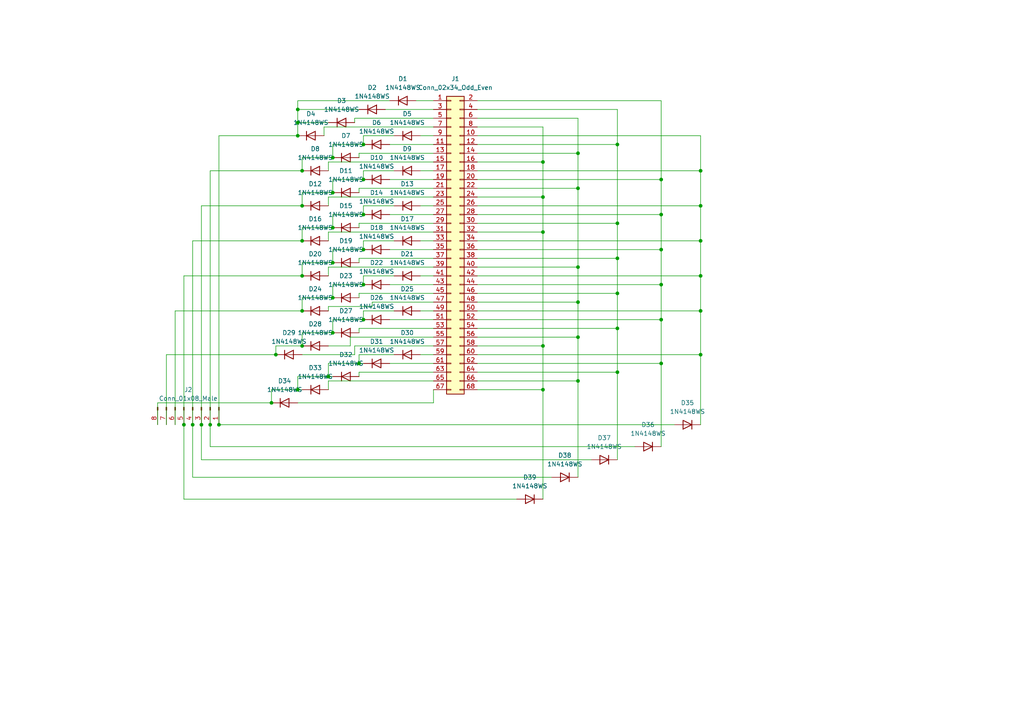
<source format=kicad_sch>
(kicad_sch (version 20211123) (generator eeschema)
  (paper "A4")
  (lib_symbols
    (symbol "Connector:Conn_01x08_Male" (pin_names (offset 1.016) hide)
      (property "Reference" "J" (at 0 10.16 0))
      (property "Value" "Conn_01x08_Male" (at 0 -12.7 0))
      (symbol "Conn_01x08_Male_1_1"
        (polyline (pts (xy 1.27 -10.16) (xy 0.8636 -10.16)) (stroke (width 0.1524)))
        (polyline (pts (xy 1.27 -7.62) (xy 0.8636 -7.62)) (stroke (width 0.1524)))
        (polyline (pts (xy 1.27 -5.08) (xy 0.8636 -5.08)) (stroke (width 0.1524)))
        (polyline (pts (xy 1.27 -2.54) (xy 0.8636 -2.54)) (stroke (width 0.1524)))
        (polyline (pts (xy 1.27 0) (xy 0.8636 0)) (stroke (width 0.1524)))
        (polyline (pts (xy 1.27 2.54) (xy 0.8636 2.54)) (stroke (width 0.1524)))
        (polyline (pts (xy 1.27 5.08) (xy 0.8636 5.08)) (stroke (width 0.1524)))
        (polyline (pts (xy 1.27 7.62) (xy 0.8636 7.62)) (stroke (width 0.1524)))
        (rectangle (start 0.8636 -10.033) (end 0 -10.287) (stroke (width 0.1524)) (fill (type outline)))
        (rectangle (start 0.8636 -7.493) (end 0 -7.747) (stroke (width 0.1524)) (fill (type outline)))
        (rectangle (start 0.8636 -4.953) (end 0 -5.207) (stroke (width 0.1524)) (fill (type outline)))
        (rectangle (start 0.8636 -2.413) (end 0 -2.667) (stroke (width 0.1524)) (fill (type outline)))
        (rectangle (start 0.8636 0.127) (end 0 -0.127) (stroke (width 0.1524)) (fill (type outline)))
        (rectangle (start 0.8636 2.667) (end 0 2.413) (stroke (width 0.1524)) (fill (type outline)))
        (rectangle (start 0.8636 5.207) (end 0 4.953) (stroke (width 0.1524)) (fill (type outline)))
        (rectangle (start 0.8636 7.747) (end 0 7.493) (stroke (width 0.1524)) (fill (type outline)))
        (pin passive line (at 5.08 7.62 180) (length 3.81) (name "Pin_1") (number "1"))
        (pin passive line (at 5.08 5.08 180) (length 3.81) (name "Pin_2") (number "2"))
        (pin passive line (at 5.08 2.54 180) (length 3.81) (name "Pin_3") (number "3"))
        (pin passive line (at 5.08 0 180) (length 3.81) (name "Pin_4") (number "4"))
        (pin passive line (at 5.08 -2.54 180) (length 3.81) (name "Pin_5") (number "5"))
        (pin passive line (at 5.08 -5.08 180) (length 3.81) (name "Pin_6") (number "6"))
        (pin passive line (at 5.08 -7.62 180) (length 3.81) (name "Pin_7") (number "7"))
        (pin passive line (at 5.08 -10.16 180) (length 3.81) (name "Pin_8") (number "8"))
      )
    )
    (symbol "Connector_Generic:Conn_02x34_Odd_Even" (pin_names (offset 1.016) hide)
      (property "Reference" "J" (at 1.27 43.18 0))
      (property "Value" "Conn_02x34_Odd_Even" (at 1.27 -45.72 0))
      (symbol "Conn_02x34_Odd_Even_1_1"
        (rectangle (start -1.27 -43.053) (end 0 -43.307) (stroke (width 0.1524)))
        (rectangle (start -1.27 -40.513) (end 0 -40.767) (stroke (width 0.1524)))
        (rectangle (start -1.27 -37.973) (end 0 -38.227) (stroke (width 0.1524)))
        (rectangle (start -1.27 -35.433) (end 0 -35.687) (stroke (width 0.1524)))
        (rectangle (start -1.27 -32.893) (end 0 -33.147) (stroke (width 0.1524)))
        (rectangle (start -1.27 -30.353) (end 0 -30.607) (stroke (width 0.1524)))
        (rectangle (start -1.27 -27.813) (end 0 -28.067) (stroke (width 0.1524)))
        (rectangle (start -1.27 -25.273) (end 0 -25.527) (stroke (width 0.1524)))
        (rectangle (start -1.27 -22.733) (end 0 -22.987) (stroke (width 0.1524)))
        (rectangle (start -1.27 -20.193) (end 0 -20.447) (stroke (width 0.1524)))
        (rectangle (start -1.27 -17.653) (end 0 -17.907) (stroke (width 0.1524)))
        (rectangle (start -1.27 -15.113) (end 0 -15.367) (stroke (width 0.1524)))
        (rectangle (start -1.27 -12.573) (end 0 -12.827) (stroke (width 0.1524)))
        (rectangle (start -1.27 -10.033) (end 0 -10.287) (stroke (width 0.1524)))
        (rectangle (start -1.27 -7.493) (end 0 -7.747) (stroke (width 0.1524)))
        (rectangle (start -1.27 -4.953) (end 0 -5.207) (stroke (width 0.1524)))
        (rectangle (start -1.27 -2.413) (end 0 -2.667) (stroke (width 0.1524)))
        (rectangle (start -1.27 0.127) (end 0 -0.127) (stroke (width 0.1524)))
        (rectangle (start -1.27 2.667) (end 0 2.413) (stroke (width 0.1524)))
        (rectangle (start -1.27 5.207) (end 0 4.953) (stroke (width 0.1524)))
        (rectangle (start -1.27 7.747) (end 0 7.493) (stroke (width 0.1524)))
        (rectangle (start -1.27 10.287) (end 0 10.033) (stroke (width 0.1524)))
        (rectangle (start -1.27 12.827) (end 0 12.573) (stroke (width 0.1524)))
        (rectangle (start -1.27 15.367) (end 0 15.113) (stroke (width 0.1524)))
        (rectangle (start -1.27 17.907) (end 0 17.653) (stroke (width 0.1524)))
        (rectangle (start -1.27 20.447) (end 0 20.193) (stroke (width 0.1524)))
        (rectangle (start -1.27 22.987) (end 0 22.733) (stroke (width 0.1524)))
        (rectangle (start -1.27 25.527) (end 0 25.273) (stroke (width 0.1524)))
        (rectangle (start -1.27 28.067) (end 0 27.813) (stroke (width 0.1524)))
        (rectangle (start -1.27 30.607) (end 0 30.353) (stroke (width 0.1524)))
        (rectangle (start -1.27 33.147) (end 0 32.893) (stroke (width 0.1524)))
        (rectangle (start -1.27 35.687) (end 0 35.433) (stroke (width 0.1524)))
        (rectangle (start -1.27 38.227) (end 0 37.973) (stroke (width 0.1524)))
        (rectangle (start -1.27 40.767) (end 0 40.513) (stroke (width 0.1524)))
        (rectangle (start -1.27 41.91) (end 3.81 -44.45) (stroke (width 0.254)) (fill (type background)))
        (rectangle (start 3.81 -43.053) (end 2.54 -43.307) (stroke (width 0.1524)))
        (rectangle (start 3.81 -40.513) (end 2.54 -40.767) (stroke (width 0.1524)))
        (rectangle (start 3.81 -37.973) (end 2.54 -38.227) (stroke (width 0.1524)))
        (rectangle (start 3.81 -35.433) (end 2.54 -35.687) (stroke (width 0.1524)))
        (rectangle (start 3.81 -32.893) (end 2.54 -33.147) (stroke (width 0.1524)))
        (rectangle (start 3.81 -30.353) (end 2.54 -30.607) (stroke (width 0.1524)))
        (rectangle (start 3.81 -27.813) (end 2.54 -28.067) (stroke (width 0.1524)))
        (rectangle (start 3.81 -25.273) (end 2.54 -25.527) (stroke (width 0.1524)))
        (rectangle (start 3.81 -22.733) (end 2.54 -22.987) (stroke (width 0.1524)))
        (rectangle (start 3.81 -20.193) (end 2.54 -20.447) (stroke (width 0.1524)))
        (rectangle (start 3.81 -17.653) (end 2.54 -17.907) (stroke (width 0.1524)))
        (rectangle (start 3.81 -15.113) (end 2.54 -15.367) (stroke (width 0.1524)))
        (rectangle (start 3.81 -12.573) (end 2.54 -12.827) (stroke (width 0.1524)))
        (rectangle (start 3.81 -10.033) (end 2.54 -10.287) (stroke (width 0.1524)))
        (rectangle (start 3.81 -7.493) (end 2.54 -7.747) (stroke (width 0.1524)))
        (rectangle (start 3.81 -4.953) (end 2.54 -5.207) (stroke (width 0.1524)))
        (rectangle (start 3.81 -2.413) (end 2.54 -2.667) (stroke (width 0.1524)))
        (rectangle (start 3.81 0.127) (end 2.54 -0.127) (stroke (width 0.1524)))
        (rectangle (start 3.81 2.667) (end 2.54 2.413) (stroke (width 0.1524)))
        (rectangle (start 3.81 5.207) (end 2.54 4.953) (stroke (width 0.1524)))
        (rectangle (start 3.81 7.747) (end 2.54 7.493) (stroke (width 0.1524)))
        (rectangle (start 3.81 10.287) (end 2.54 10.033) (stroke (width 0.1524)))
        (rectangle (start 3.81 12.827) (end 2.54 12.573) (stroke (width 0.1524)))
        (rectangle (start 3.81 15.367) (end 2.54 15.113) (stroke (width 0.1524)))
        (rectangle (start 3.81 17.907) (end 2.54 17.653) (stroke (width 0.1524)))
        (rectangle (start 3.81 20.447) (end 2.54 20.193) (stroke (width 0.1524)))
        (rectangle (start 3.81 22.987) (end 2.54 22.733) (stroke (width 0.1524)))
        (rectangle (start 3.81 25.527) (end 2.54 25.273) (stroke (width 0.1524)))
        (rectangle (start 3.81 28.067) (end 2.54 27.813) (stroke (width 0.1524)))
        (rectangle (start 3.81 30.607) (end 2.54 30.353) (stroke (width 0.1524)))
        (rectangle (start 3.81 33.147) (end 2.54 32.893) (stroke (width 0.1524)))
        (rectangle (start 3.81 35.687) (end 2.54 35.433) (stroke (width 0.1524)))
        (rectangle (start 3.81 38.227) (end 2.54 37.973) (stroke (width 0.1524)))
        (rectangle (start 3.81 40.767) (end 2.54 40.513) (stroke (width 0.1524)))
        (pin passive line (at -5.08 40.64 0) (length 3.81) (name "Pin_1") (number "1"))
        (pin passive line (at 7.62 30.48 180) (length 3.81) (name "Pin_10") (number "10"))
        (pin passive line (at -5.08 27.94 0) (length 3.81) (name "Pin_11") (number "11"))
        (pin passive line (at 7.62 27.94 180) (length 3.81) (name "Pin_12") (number "12"))
        (pin passive line (at -5.08 25.4 0) (length 3.81) (name "Pin_13") (number "13"))
        (pin passive line (at 7.62 25.4 180) (length 3.81) (name "Pin_14") (number "14"))
        (pin passive line (at -5.08 22.86 0) (length 3.81) (name "Pin_15") (number "15"))
        (pin passive line (at 7.62 22.86 180) (length 3.81) (name "Pin_16") (number "16"))
        (pin passive line (at -5.08 20.32 0) (length 3.81) (name "Pin_17") (number "17"))
        (pin passive line (at 7.62 20.32 180) (length 3.81) (name "Pin_18") (number "18"))
        (pin passive line (at -5.08 17.78 0) (length 3.81) (name "Pin_19") (number "19"))
        (pin passive line (at 7.62 40.64 180) (length 3.81) (name "Pin_2") (number "2"))
        (pin passive line (at 7.62 17.78 180) (length 3.81) (name "Pin_20") (number "20"))
        (pin passive line (at -5.08 15.24 0) (length 3.81) (name "Pin_21") (number "21"))
        (pin passive line (at 7.62 15.24 180) (length 3.81) (name "Pin_22") (number "22"))
        (pin passive line (at -5.08 12.7 0) (length 3.81) (name "Pin_23") (number "23"))
        (pin passive line (at 7.62 12.7 180) (length 3.81) (name "Pin_24") (number "24"))
        (pin passive line (at -5.08 10.16 0) (length 3.81) (name "Pin_25") (number "25"))
        (pin passive line (at 7.62 10.16 180) (length 3.81) (name "Pin_26") (number "26"))
        (pin passive line (at -5.08 7.62 0) (length 3.81) (name "Pin_27") (number "27"))
        (pin passive line (at 7.62 7.62 180) (length 3.81) (name "Pin_28") (number "28"))
        (pin passive line (at -5.08 5.08 0) (length 3.81) (name "Pin_29") (number "29"))
        (pin passive line (at -5.08 38.1 0) (length 3.81) (name "Pin_3") (number "3"))
        (pin passive line (at 7.62 5.08 180) (length 3.81) (name "Pin_30") (number "30"))
        (pin passive line (at -5.08 2.54 0) (length 3.81) (name "Pin_31") (number "31"))
        (pin passive line (at 7.62 2.54 180) (length 3.81) (name "Pin_32") (number "32"))
        (pin passive line (at -5.08 0 0) (length 3.81) (name "Pin_33") (number "33"))
        (pin passive line (at 7.62 0 180) (length 3.81) (name "Pin_34") (number "34"))
        (pin passive line (at -5.08 -2.54 0) (length 3.81) (name "Pin_35") (number "35"))
        (pin passive line (at 7.62 -2.54 180) (length 3.81) (name "Pin_36") (number "36"))
        (pin passive line (at -5.08 -5.08 0) (length 3.81) (name "Pin_37") (number "37"))
        (pin passive line (at 7.62 -5.08 180) (length 3.81) (name "Pin_38") (number "38"))
        (pin passive line (at -5.08 -7.62 0) (length 3.81) (name "Pin_39") (number "39"))
        (pin passive line (at 7.62 38.1 180) (length 3.81) (name "Pin_4") (number "4"))
        (pin passive line (at 7.62 -7.62 180) (length 3.81) (name "Pin_40") (number "40"))
        (pin passive line (at -5.08 -10.16 0) (length 3.81) (name "Pin_41") (number "41"))
        (pin passive line (at 7.62 -10.16 180) (length 3.81) (name "Pin_42") (number "42"))
        (pin passive line (at -5.08 -12.7 0) (length 3.81) (name "Pin_43") (number "43"))
        (pin passive line (at 7.62 -12.7 180) (length 3.81) (name "Pin_44") (number "44"))
        (pin passive line (at -5.08 -15.24 0) (length 3.81) (name "Pin_45") (number "45"))
        (pin passive line (at 7.62 -15.24 180) (length 3.81) (name "Pin_46") (number "46"))
        (pin passive line (at -5.08 -17.78 0) (length 3.81) (name "Pin_47") (number "47"))
        (pin passive line (at 7.62 -17.78 180) (length 3.81) (name "Pin_48") (number "48"))
        (pin passive line (at -5.08 -20.32 0) (length 3.81) (name "Pin_49") (number "49"))
        (pin passive line (at -5.08 35.56 0) (length 3.81) (name "Pin_5") (number "5"))
        (pin passive line (at 7.62 -20.32 180) (length 3.81) (name "Pin_50") (number "50"))
        (pin passive line (at -5.08 -22.86 0) (length 3.81) (name "Pin_51") (number "51"))
        (pin passive line (at 7.62 -22.86 180) (length 3.81) (name "Pin_52") (number "52"))
        (pin passive line (at -5.08 -25.4 0) (length 3.81) (name "Pin_53") (number "53"))
        (pin passive line (at 7.62 -25.4 180) (length 3.81) (name "Pin_54") (number "54"))
        (pin passive line (at -5.08 -27.94 0) (length 3.81) (name "Pin_55") (number "55"))
        (pin passive line (at 7.62 -27.94 180) (length 3.81) (name "Pin_56") (number "56"))
        (pin passive line (at -5.08 -30.48 0) (length 3.81) (name "Pin_57") (number "57"))
        (pin passive line (at 7.62 -30.48 180) (length 3.81) (name "Pin_58") (number "58"))
        (pin passive line (at -5.08 -33.02 0) (length 3.81) (name "Pin_59") (number "59"))
        (pin passive line (at 7.62 35.56 180) (length 3.81) (name "Pin_6") (number "6"))
        (pin passive line (at 7.62 -33.02 180) (length 3.81) (name "Pin_60") (number "60"))
        (pin passive line (at -5.08 -35.56 0) (length 3.81) (name "Pin_61") (number "61"))
        (pin passive line (at 7.62 -35.56 180) (length 3.81) (name "Pin_62") (number "62"))
        (pin passive line (at -5.08 -38.1 0) (length 3.81) (name "Pin_63") (number "63"))
        (pin passive line (at 7.62 -38.1 180) (length 3.81) (name "Pin_64") (number "64"))
        (pin passive line (at -5.08 -40.64 0) (length 3.81) (name "Pin_65") (number "65"))
        (pin passive line (at 7.62 -40.64 180) (length 3.81) (name "Pin_66") (number "66"))
        (pin passive line (at -5.08 -43.18 0) (length 3.81) (name "Pin_67") (number "67"))
        (pin passive line (at 7.62 -43.18 180) (length 3.81) (name "Pin_68") (number "68"))
        (pin passive line (at -5.08 33.02 0) (length 3.81) (name "Pin_7") (number "7"))
        (pin passive line (at 7.62 33.02 180) (length 3.81) (name "Pin_8") (number "8"))
        (pin passive line (at -5.08 30.48 0) (length 3.81) (name "Pin_9") (number "9"))
      )
    )
    (symbol "Diode:1N4148WS" (pin_numbers hide) (pin_names hide)
      (property "Reference" "D" (at 0 2.54 0))
      (property "Value" "1N4148WS" (at 0 -2.54 0))
      (symbol "1N4148WS_0_1"
        (polyline (pts (xy -1.27 1.27) (xy -1.27 -1.27)) (stroke (width 0.254)))
        (polyline (pts (xy 1.27 0) (xy -1.27 0)))
        (polyline (pts (xy 1.27 1.27) (xy 1.27 -1.27) (xy -1.27 0) (xy 1.27 1.27)) (stroke (width 0.254)))
      )
      (symbol "1N4148WS_1_1"
        (pin passive line (at -3.81 0 0) (length 2.54) (name "K") (number "1"))
        (pin passive line (at 3.81 0 180) (length 2.54) (name "A") (number "2"))
      )
    )
  )
  (junction (at 105.41 41.91))
  (junction (at 87.63 80.01))
  (junction (at 179.07 107.95))
  (junction (at 80.01 102.87))
  (junction (at 104.14 105.41))
  (junction (at 157.48 67.31))
  (junction (at 167.64 44.45))
  (junction (at 203.2 59.69))
  (junction (at 96.52 55.88))
  (junction (at 105.41 52.07))
  (junction (at 179.07 64.77))
  (junction (at 86.36 39.37))
  (junction (at 87.63 90.17))
  (junction (at 86.36 31.75))
  (junction (at 157.48 113.03))
  (junction (at 167.64 54.61))
  (junction (at 96.52 45.72))
  (junction (at 167.64 97.79))
  (junction (at 86.36 35.56))
  (junction (at 78.74 116.84))
  (junction (at 86.36 113.03))
  (junction (at 203.2 69.85))
  (junction (at 96.52 76.2))
  (junction (at 87.63 59.69))
  (junction (at 53.34 123.19))
  (junction (at 87.63 49.53))
  (junction (at 203.2 90.17))
  (junction (at 157.48 57.15))
  (junction (at 167.64 110.49))
  (junction (at 157.48 46.99))
  (junction (at 179.07 85.09))
  (junction (at 191.77 92.71))
  (junction (at 191.77 82.55))
  (junction (at 191.77 62.23))
  (junction (at 95.25 109.22))
  (junction (at 87.63 100.33))
  (junction (at 105.41 92.71))
  (junction (at 105.41 82.55))
  (junction (at 60.96 123.19))
  (junction (at 105.41 62.23))
  (junction (at 167.64 77.47))
  (junction (at 105.41 72.39))
  (junction (at 167.64 87.63))
  (junction (at 191.77 72.39))
  (junction (at 191.77 105.41))
  (junction (at 203.2 80.01))
  (junction (at 96.52 66.04))
  (junction (at 63.5 123.19))
  (junction (at 157.48 100.33))
  (junction (at 179.07 95.25))
  (junction (at 203.2 49.53))
  (junction (at 55.88 123.19))
  (junction (at 96.52 96.52))
  (junction (at 179.07 74.93))
  (junction (at 58.42 123.19))
  (junction (at 191.77 52.07))
  (junction (at 179.07 41.91))
  (junction (at 96.52 86.36))
  (junction (at 87.63 69.85))
  (junction (at 203.2 102.87))
  (wire (pts (xy 125.73 95.25) (xy 104.14 95.25)))
  (wire (pts (xy 96.52 109.22) (xy 95.25 109.22)))
  (wire (pts (xy 125.73 107.95) (xy 104.14 107.95)))
  (wire (pts (xy 157.48 144.78) (xy 157.48 113.03)))
  (wire (pts (xy 157.48 67.31) (xy 157.48 100.33)))
  (wire (pts (xy 87.63 102.87) (xy 102.87 102.87)))
  (wire (pts (xy 86.36 29.21) (xy 113.03 29.21)))
  (wire (pts (xy 125.73 87.63) (xy 107.95 87.63)))
  (wire (pts (xy 125.73 36.83) (xy 93.98 36.83)))
  (wire (pts (xy 104.14 44.45) (xy 104.14 45.72)))
  (wire (pts (xy 179.07 31.75) (xy 179.07 41.91)))
  (wire (pts (xy 203.2 69.85) (xy 203.2 59.69)))
  (wire (pts (xy 53.34 123.19) (xy 53.34 80.01)))
  (wire (pts (xy 105.41 92.71) (xy 96.52 92.71)))
  (wire (pts (xy 114.3 102.87) (xy 104.14 102.87)))
  (wire (pts (xy 104.14 107.95) (xy 104.14 109.22)))
  (wire (pts (xy 53.34 123.19) (xy 53.34 144.78)))
  (wire (pts (xy 58.42 133.35) (xy 58.42 123.19)))
  (wire (pts (xy 58.42 133.35) (xy 171.45 133.35)))
  (wire (pts (xy 138.43 52.07) (xy 191.77 52.07)))
  (wire (pts (xy 105.41 90.17) (xy 105.41 92.71)))
  (wire (pts (xy 96.52 45.72) (xy 96.52 41.91)))
  (wire (pts (xy 95.25 67.31) (xy 95.25 69.85)))
  (wire (pts (xy 157.48 100.33) (xy 157.48 113.03)))
  (wire (pts (xy 96.52 86.36) (xy 87.63 86.36)))
  (wire (pts (xy 121.92 80.01) (xy 125.73 80.01)))
  (wire (pts (xy 95.25 100.33) (xy 101.6 100.33)))
  (wire (pts (xy 113.03 92.71) (xy 125.73 92.71)))
  (wire (pts (xy 121.92 102.87) (xy 125.73 102.87)))
  (wire (pts (xy 93.98 36.83) (xy 93.98 39.37)))
  (wire (pts (xy 138.43 69.85) (xy 203.2 69.85)))
  (wire (pts (xy 105.41 72.39) (xy 96.52 72.39)))
  (wire (pts (xy 125.73 77.47) (xy 95.25 77.47)))
  (wire (pts (xy 138.43 64.77) (xy 179.07 64.77)))
  (wire (pts (xy 125.73 85.09) (xy 104.14 85.09)))
  (wire (pts (xy 113.03 82.55) (xy 125.73 82.55)))
  (wire (pts (xy 138.43 92.71) (xy 191.77 92.71)))
  (wire (pts (xy 203.2 90.17) (xy 203.2 102.87)))
  (wire (pts (xy 114.3 39.37) (xy 105.41 39.37)))
  (wire (pts (xy 167.64 77.47) (xy 167.64 87.63)))
  (wire (pts (xy 191.77 72.39) (xy 191.77 82.55)))
  (wire (pts (xy 138.43 49.53) (xy 203.2 49.53)))
  (wire (pts (xy 60.96 129.54) (xy 184.15 129.54)))
  (wire (pts (xy 95.25 88.9) (xy 95.25 90.17)))
  (wire (pts (xy 138.43 107.95) (xy 179.07 107.95)))
  (wire (pts (xy 125.73 116.84) (xy 125.73 113.03)))
  (wire (pts (xy 179.07 95.25) (xy 179.07 107.95)))
  (wire (pts (xy 58.42 59.69) (xy 58.42 123.19)))
  (wire (pts (xy 138.43 85.09) (xy 179.07 85.09)))
  (wire (pts (xy 95.25 57.15) (xy 95.25 59.69)))
  (wire (pts (xy 138.43 54.61) (xy 167.64 54.61)))
  (wire (pts (xy 125.73 54.61) (xy 104.14 54.61)))
  (wire (pts (xy 114.3 49.53) (xy 105.41 49.53)))
  (wire (pts (xy 104.14 85.09) (xy 104.14 86.36)))
  (wire (pts (xy 179.07 74.93) (xy 179.07 85.09)))
  (wire (pts (xy 102.87 34.29) (xy 102.87 35.56)))
  (wire (pts (xy 86.36 29.21) (xy 86.36 31.75)))
  (wire (pts (xy 105.41 59.69) (xy 105.41 62.23)))
  (wire (pts (xy 113.03 52.07) (xy 125.73 52.07)))
  (wire (pts (xy 157.48 36.83) (xy 157.48 46.99)))
  (wire (pts (xy 96.52 76.2) (xy 87.63 76.2)))
  (wire (pts (xy 96.52 62.23) (xy 96.52 66.04)))
  (wire (pts (xy 113.03 62.23) (xy 125.73 62.23)))
  (wire (pts (xy 104.14 74.93) (xy 104.14 76.2)))
  (wire (pts (xy 138.43 39.37) (xy 203.2 39.37)))
  (wire (pts (xy 86.36 39.37) (xy 63.5 39.37)))
  (wire (pts (xy 78.74 116.84) (xy 78.74 113.03)))
  (wire (pts (xy 87.63 90.17) (xy 50.8 90.17)))
  (wire (pts (xy 138.43 29.21) (xy 191.77 29.21)))
  (wire (pts (xy 96.52 92.71) (xy 96.52 96.52)))
  (wire (pts (xy 101.6 97.79) (xy 125.73 97.79)))
  (wire (pts (xy 121.92 90.17) (xy 125.73 90.17)))
  (wire (pts (xy 125.73 46.99) (xy 95.25 46.99)))
  (wire (pts (xy 87.63 59.69) (xy 58.42 59.69)))
  (wire (pts (xy 105.41 62.23) (xy 96.52 62.23)))
  (wire (pts (xy 125.73 67.31) (xy 95.25 67.31)))
  (wire (pts (xy 48.26 123.19) (xy 48.26 102.87)))
  (wire (pts (xy 114.3 80.01) (xy 105.41 80.01)))
  (wire (pts (xy 191.77 29.21) (xy 191.77 52.07)))
  (wire (pts (xy 203.2 59.69) (xy 203.2 49.53)))
  (wire (pts (xy 53.34 80.01) (xy 87.63 80.01)))
  (wire (pts (xy 157.48 57.15) (xy 157.48 67.31)))
  (wire (pts (xy 86.36 109.22) (xy 86.36 113.03)))
  (wire (pts (xy 87.63 69.85) (xy 55.88 69.85)))
  (wire (pts (xy 78.74 116.84) (xy 45.72 116.84)))
  (wire (pts (xy 96.52 96.52) (xy 87.63 96.52)))
  (wire (pts (xy 179.07 41.91) (xy 179.07 64.77)))
  (wire (pts (xy 101.6 100.33) (xy 101.6 97.79)))
  (wire (pts (xy 87.63 100.33) (xy 80.01 100.33)))
  (wire (pts (xy 55.88 69.85) (xy 55.88 123.19)))
  (wire (pts (xy 114.3 69.85) (xy 105.41 69.85)))
  (wire (pts (xy 138.43 67.31) (xy 157.48 67.31)))
  (wire (pts (xy 104.14 102.87) (xy 104.14 105.41)))
  (wire (pts (xy 203.2 39.37) (xy 203.2 49.53)))
  (wire (pts (xy 95.25 46.99) (xy 95.25 49.53)))
  (wire (pts (xy 113.03 72.39) (xy 125.73 72.39)))
  (wire (pts (xy 179.07 64.77) (xy 179.07 74.93)))
  (wire (pts (xy 138.43 80.01) (xy 203.2 80.01)))
  (wire (pts (xy 138.43 72.39) (xy 191.77 72.39)))
  (wire (pts (xy 179.07 85.09) (xy 179.07 95.25)))
  (wire (pts (xy 87.63 45.72) (xy 96.52 45.72)))
  (wire (pts (xy 96.52 41.91) (xy 105.41 41.91)))
  (wire (pts (xy 138.43 44.45) (xy 167.64 44.45)))
  (wire (pts (xy 104.14 95.25) (xy 104.14 96.52)))
  (wire (pts (xy 60.96 49.53) (xy 60.96 123.19)))
  (wire (pts (xy 107.95 88.9) (xy 95.25 88.9)))
  (wire (pts (xy 167.64 97.79) (xy 167.64 110.49)))
  (wire (pts (xy 96.52 55.88) (xy 87.63 55.88)))
  (wire (pts (xy 104.14 105.41) (xy 95.25 105.41)))
  (wire (pts (xy 55.88 138.43) (xy 160.02 138.43)))
  (wire (pts (xy 125.73 44.45) (xy 104.14 44.45)))
  (wire (pts (xy 105.41 82.55) (xy 96.52 82.55)))
  (wire (pts (xy 87.63 86.36) (xy 87.63 90.17)))
  (wire (pts (xy 138.43 41.91) (xy 179.07 41.91)))
  (wire (pts (xy 125.73 110.49) (xy 95.25 110.49)))
  (wire (pts (xy 104.14 31.75) (xy 86.36 31.75)))
  (wire (pts (xy 138.43 62.23) (xy 191.77 62.23)))
  (wire (pts (xy 167.64 34.29) (xy 167.64 44.45)))
  (wire (pts (xy 102.87 100.33) (xy 125.73 100.33)))
  (wire (pts (xy 167.64 54.61) (xy 167.64 77.47)))
  (wire (pts (xy 87.63 55.88) (xy 87.63 59.69)))
  (wire (pts (xy 87.63 76.2) (xy 87.63 80.01)))
  (wire (pts (xy 45.72 116.84) (xy 45.72 123.19)))
  (wire (pts (xy 125.73 34.29) (xy 102.87 34.29)))
  (wire (pts (xy 48.26 102.87) (xy 80.01 102.87)))
  (wire (pts (xy 114.3 59.69) (xy 105.41 59.69)))
  (wire (pts (xy 203.2 69.85) (xy 203.2 80.01)))
  (wire (pts (xy 138.43 74.93) (xy 179.07 74.93)))
  (wire (pts (xy 60.96 129.54) (xy 60.96 123.19)))
  (wire (pts (xy 138.43 34.29) (xy 167.64 34.29)))
  (wire (pts (xy 95.25 110.49) (xy 95.25 113.03)))
  (wire (pts (xy 63.5 123.19) (xy 195.58 123.19)))
  (wire (pts (xy 87.63 66.04) (xy 87.63 69.85)))
  (wire (pts (xy 125.73 64.77) (xy 104.14 64.77)))
  (wire (pts (xy 121.92 49.53) (xy 125.73 49.53)))
  (wire (pts (xy 114.3 90.17) (xy 105.41 90.17)))
  (wire (pts (xy 138.43 57.15) (xy 157.48 57.15)))
  (wire (pts (xy 105.41 69.85) (xy 105.41 72.39)))
  (wire (pts (xy 203.2 80.01) (xy 203.2 90.17)))
  (wire (pts (xy 96.52 72.39) (xy 96.52 76.2)))
  (wire (pts (xy 96.52 52.07) (xy 96.52 55.88)))
  (wire (pts (xy 63.5 39.37) (xy 63.5 123.19)))
  (wire (pts (xy 191.77 129.54) (xy 191.77 105.41)))
  (wire (pts (xy 191.77 62.23) (xy 191.77 72.39)))
  (wire (pts (xy 55.88 138.43) (xy 55.88 123.19)))
  (wire (pts (xy 125.73 57.15) (xy 95.25 57.15)))
  (wire (pts (xy 138.43 36.83) (xy 157.48 36.83)))
  (wire (pts (xy 203.2 123.19) (xy 203.2 102.87)))
  (wire (pts (xy 121.92 39.37) (xy 125.73 39.37)))
  (wire (pts (xy 113.03 41.91) (xy 125.73 41.91)))
  (wire (pts (xy 107.95 87.63) (xy 107.95 88.9)))
  (wire (pts (xy 95.25 109.22) (xy 86.36 109.22)))
  (wire (pts (xy 105.41 49.53) (xy 105.41 52.07)))
  (wire (pts (xy 53.34 144.78) (xy 149.86 144.78)))
  (wire (pts (xy 105.41 52.07) (xy 96.52 52.07)))
  (wire (pts (xy 138.43 102.87) (xy 203.2 102.87)))
  (wire (pts (xy 138.43 110.49) (xy 167.64 110.49)))
  (wire (pts (xy 102.87 100.33) (xy 102.87 102.87)))
  (wire (pts (xy 95.25 105.41) (xy 95.25 109.22)))
  (wire (pts (xy 138.43 105.41) (xy 191.77 105.41)))
  (wire (pts (xy 86.36 35.56) (xy 86.36 39.37)))
  (wire (pts (xy 167.64 87.63) (xy 167.64 97.79)))
  (wire (pts (xy 96.52 66.04) (xy 87.63 66.04)))
  (wire (pts (xy 105.41 105.41) (xy 104.14 105.41)))
  (wire (pts (xy 157.48 113.03) (xy 138.43 113.03)))
  (wire (pts (xy 87.63 49.53) (xy 60.96 49.53)))
  (wire (pts (xy 86.36 113.03) (xy 87.63 113.03)))
  (wire (pts (xy 87.63 96.52) (xy 87.63 100.33)))
  (wire (pts (xy 191.77 62.23) (xy 191.77 52.07)))
  (wire (pts (xy 86.36 35.56) (xy 95.25 35.56)))
  (wire (pts (xy 104.14 54.61) (xy 104.14 55.88)))
  (wire (pts (xy 120.65 29.21) (xy 125.73 29.21)))
  (wire (pts (xy 80.01 100.33) (xy 80.01 102.87)))
  (wire (pts (xy 138.43 90.17) (xy 203.2 90.17)))
  (wire (pts (xy 87.63 49.53) (xy 87.63 45.72)))
  (wire (pts (xy 86.36 116.84) (xy 125.73 116.84)))
  (wire (pts (xy 138.43 87.63) (xy 167.64 87.63)))
  (wire (pts (xy 95.25 77.47) (xy 95.25 80.01)))
  (wire (pts (xy 138.43 97.79) (xy 167.64 97.79)))
  (wire (pts (xy 138.43 77.47) (xy 167.64 77.47)))
  (wire (pts (xy 138.43 31.75) (xy 179.07 31.75)))
  (wire (pts (xy 138.43 59.69) (xy 203.2 59.69)))
  (wire (pts (xy 138.43 95.25) (xy 179.07 95.25)))
  (wire (pts (xy 111.76 31.75) (xy 125.73 31.75)))
  (wire (pts (xy 121.92 69.85) (xy 125.73 69.85)))
  (wire (pts (xy 105.41 39.37) (xy 105.41 41.91)))
  (wire (pts (xy 191.77 82.55) (xy 191.77 92.71)))
  (wire (pts (xy 50.8 90.17) (xy 50.8 123.19)))
  (wire (pts (xy 191.77 105.41) (xy 191.77 92.71)))
  (wire (pts (xy 138.43 46.99) (xy 157.48 46.99)))
  (wire (pts (xy 167.64 138.43) (xy 167.64 110.49)))
  (wire (pts (xy 105.41 80.01) (xy 105.41 82.55)))
  (wire (pts (xy 179.07 133.35) (xy 179.07 107.95)))
  (wire (pts (xy 113.03 105.41) (xy 125.73 105.41)))
  (wire (pts (xy 86.36 31.75) (xy 86.36 35.56)))
  (wire (pts (xy 78.74 113.03) (xy 86.36 113.03)))
  (wire (pts (xy 167.64 44.45) (xy 167.64 54.61)))
  (wire (pts (xy 138.43 82.55) (xy 191.77 82.55)))
  (wire (pts (xy 121.92 59.69) (xy 125.73 59.69)))
  (wire (pts (xy 138.43 100.33) (xy 157.48 100.33)))
  (wire (pts (xy 125.73 74.93) (xy 104.14 74.93)))
  (wire (pts (xy 104.14 64.77) (xy 104.14 66.04)))
  (wire (pts (xy 157.48 46.99) (xy 157.48 57.15)))
  (wire (pts (xy 96.52 82.55) (xy 96.52 86.36)))
  (symbol (lib_id "Diode:1N4148WS") (at 82.55 116.84 0) (unit 1)
    (property "Reference" "D34" (at 82.55 110.49 0))
    (property "Value" "1N4148WS" (at 82.55 113.03 0))
    (property "Footprint" "Diode_SMD:D_SOD-323" (effects hide))
    (property "Datasheet" "https://www.vishay.com/docs/85751/1n4148ws.pdf" (effects hide))
  )
  (symbol (lib_id "Diode:1N4148WS") (at 100.33 55.88 0) (unit 1)
    (property "Reference" "D11" (at 100.33 49.53 0))
    (property "Value" "1N4148WS" (at 100.33 52.07 0))
    (property "Footprint" "Diode_SMD:D_SOD-323" (effects hide))
    (property "Datasheet" "https://www.vishay.com/docs/85751/1n4148ws.pdf" (effects hide))
  )
  (symbol (lib_id "Diode:1N4148WS") (at 91.44 49.53 0) (unit 1)
    (property "Reference" "D8" (at 91.44 43.18 0))
    (property "Value" "1N4148WS" (at 91.44 45.72 0))
    (property "Footprint" "Diode_SMD:D_SOD-323" (effects hide))
    (property "Datasheet" "https://www.vishay.com/docs/85751/1n4148ws.pdf" (effects hide))
  )
  (symbol (lib_id "Diode:1N4148WS") (at 91.44 80.01 0) (unit 1)
    (property "Reference" "D20" (at 91.44 73.66 0))
    (property "Value" "1N4148WS" (at 91.44 76.2 0))
    (property "Footprint" "Diode_SMD:D_SOD-323" (effects hide))
    (property "Datasheet" "https://www.vishay.com/docs/85751/1n4148ws.pdf" (effects hide))
  )
  (symbol (lib_id "Diode:1N4148WS") (at 118.11 90.17 0) (unit 1)
    (property "Reference" "D25" (at 118.11 83.82 0))
    (property "Value" "1N4148WS" (at 118.11 86.36 0))
    (property "Footprint" "Diode_SMD:D_SOD-323" (effects hide))
    (property "Datasheet" "https://www.vishay.com/docs/85751/1n4148ws.pdf" (effects hide))
  )
  (symbol (lib_id "Diode:1N4148WS") (at 100.33 96.52 0) (unit 1)
    (property "Reference" "D27" (at 100.33 90.17 0))
    (property "Value" "1N4148WS" (at 100.33 92.71 0))
    (property "Footprint" "Diode_SMD:D_SOD-323" (effects hide))
    (property "Datasheet" "https://www.vishay.com/docs/85751/1n4148ws.pdf" (effects hide))
  )
  (symbol (lib_id "Diode:1N4148WS") (at 109.22 72.39 0) (unit 1)
    (property "Reference" "D18" (at 109.22 66.04 0))
    (property "Value" "1N4148WS" (at 109.22 68.58 0))
    (property "Footprint" "Diode_SMD:D_SOD-323" (effects hide))
    (property "Datasheet" "https://www.vishay.com/docs/85751/1n4148ws.pdf" (effects hide))
  )
  (symbol (lib_id "Diode:1N4148WS") (at 100.33 76.2 0) (unit 1)
    (property "Reference" "D19" (at 100.33 69.85 0))
    (property "Value" "1N4148WS" (at 100.33 72.39 0))
    (property "Footprint" "Diode_SMD:D_SOD-323" (effects hide))
    (property "Datasheet" "https://www.vishay.com/docs/85751/1n4148ws.pdf" (effects hide))
  )
  (symbol (lib_id "Diode:1N4148WS") (at 91.44 100.33 0) (unit 1)
    (property "Reference" "D28" (at 91.44 93.98 0))
    (property "Value" "1N4148WS" (at 91.44 96.52 0))
    (property "Footprint" "Diode_SMD:D_SOD-323" (effects hide))
    (property "Datasheet" "https://www.vishay.com/docs/85751/1n4148ws.pdf" (effects hide))
  )
  (symbol (lib_id "Diode:1N4148WS") (at 175.26 133.35 180) (unit 1)
    (property "Reference" "D37" (at 175.26 127 0))
    (property "Value" "1N4148WS" (at 175.26 129.54 0))
    (property "Footprint" "Diode_SMD:D_SOD-323" (effects hide))
    (property "Datasheet" "https://www.vishay.com/docs/85751/1n4148ws.pdf" (effects hide))
  )
  (symbol (lib_id "Diode:1N4148WS") (at 109.22 92.71 0) (unit 1)
    (property "Reference" "D26" (at 109.22 86.36 0))
    (property "Value" "1N4148WS" (at 109.22 88.9 0))
    (property "Footprint" "Diode_SMD:D_SOD-323" (effects hide))
    (property "Datasheet" "https://www.vishay.com/docs/85751/1n4148ws.pdf" (effects hide))
  )
  (symbol (lib_id "Diode:1N4148WS") (at 109.22 52.07 0) (unit 1)
    (property "Reference" "D10" (at 109.22 45.72 0))
    (property "Value" "1N4148WS" (at 109.22 48.26 0))
    (property "Footprint" "Diode_SMD:D_SOD-323" (effects hide))
    (property "Datasheet" "https://www.vishay.com/docs/85751/1n4148ws.pdf" (effects hide))
  )
  (symbol (lib_id "Diode:1N4148WS") (at 90.17 39.37 0) (unit 1)
    (property "Reference" "D4" (at 90.17 33.02 0))
    (property "Value" "1N4148WS" (at 90.17 35.56 0))
    (property "Footprint" "Diode_SMD:D_SOD-323" (effects hide))
    (property "Datasheet" "https://www.vishay.com/docs/85751/1n4148ws.pdf" (effects hide))
  )
  (symbol (lib_id "Diode:1N4148WS") (at 107.95 31.75 0) (unit 1)
    (property "Reference" "D2" (at 107.95 25.4 0))
    (property "Value" "1N4148WS" (at 107.95 27.94 0))
    (property "Footprint" "Diode_SMD:D_SOD-323" (effects hide))
    (property "Datasheet" "https://www.vishay.com/docs/85751/1n4148ws.pdf" (effects hide))
  )
  (symbol (lib_id "Diode:1N4148WS") (at 118.11 59.69 0) (unit 1)
    (property "Reference" "D13" (at 118.11 53.34 0))
    (property "Value" "1N4148WS" (at 118.11 55.88 0))
    (property "Footprint" "Diode_SMD:D_SOD-323" (effects hide))
    (property "Datasheet" "https://www.vishay.com/docs/85751/1n4148ws.pdf" (effects hide))
  )
  (symbol (lib_id "Diode:1N4148WS") (at 109.22 82.55 0) (unit 1)
    (property "Reference" "D22" (at 109.22 76.2 0))
    (property "Value" "1N4148WS" (at 109.22 78.74 0))
    (property "Footprint" "Diode_SMD:D_SOD-323" (effects hide))
    (property "Datasheet" "https://www.vishay.com/docs/85751/1n4148ws.pdf" (effects hide))
  )
  (symbol (lib_id "Diode:1N4148WS") (at 100.33 86.36 0) (unit 1)
    (property "Reference" "D23" (at 100.33 80.01 0))
    (property "Value" "1N4148WS" (at 100.33 82.55 0))
    (property "Footprint" "Diode_SMD:D_SOD-323" (effects hide))
    (property "Datasheet" "https://www.vishay.com/docs/85751/1n4148ws.pdf" (effects hide))
  )
  (symbol (lib_id "Diode:1N4148WS") (at 99.06 35.56 0) (unit 1)
    (property "Reference" "D3" (at 99.06 29.21 0))
    (property "Value" "1N4148WS" (at 99.06 31.75 0))
    (property "Footprint" "Diode_SMD:D_SOD-323" (effects hide))
    (property "Datasheet" "https://www.vishay.com/docs/85751/1n4148ws.pdf" (effects hide))
  )
  (symbol (lib_id "Diode:1N4148WS") (at 118.11 49.53 0) (unit 1)
    (property "Reference" "D9" (at 118.11 43.18 0))
    (property "Value" "1N4148WS" (at 118.11 45.72 0))
    (property "Footprint" "Diode_SMD:D_SOD-323" (effects hide))
    (property "Datasheet" "https://www.vishay.com/docs/85751/1n4148ws.pdf" (effects hide))
  )
  (symbol (lib_id "Connector_Generic:Conn_02x34_Odd_Even") (at 130.81 69.85 0) (unit 1)
    (property "Reference" "J1" (at 132.08 22.86 0))
    (property "Value" "Conn_02x34_Odd_Even" (at 132.08 25.4 0))
    (property "Footprint" "Connector_PinHeader_2.54mm:PinHeader_2x34_P2.54mm_Horizontal" (effects hide))
  )
  (symbol (lib_id "Diode:1N4148WS") (at 199.39 123.19 180) (unit 1)
    (property "Reference" "D35" (at 199.39 116.84 0))
    (property "Value" "1N4148WS" (at 199.39 119.38 0))
    (property "Footprint" "Diode_SMD:D_SOD-323" (effects hide))
    (property "Datasheet" "https://www.vishay.com/docs/85751/1n4148ws.pdf" (effects hide))
  )
  (symbol (lib_id "Diode:1N4148WS") (at 187.96 129.54 180) (unit 1)
    (property "Reference" "D36" (at 187.96 123.19 0))
    (property "Value" "1N4148WS" (at 187.96 125.73 0))
    (property "Footprint" "Diode_SMD:D_SOD-323" (effects hide))
    (property "Datasheet" "https://www.vishay.com/docs/85751/1n4148ws.pdf" (effects hide))
  )
  (symbol (lib_id "Connector:Conn_01x08_Male") (at 55.88 118.11 270) (unit 1)
    (property "Reference" "J2" (at 54.61 113.03 90))
    (property "Value" "Conn_01x08_Male" (at 54.61 115.57 90))
    (property "Footprint" "Connector_PinHeader_2.54mm:PinHeader_2x04_P2.54mm_Horizontal" (effects hide))
  )
  (symbol (lib_id "Diode:1N4148WS") (at 118.11 69.85 0) (unit 1)
    (property "Reference" "D17" (at 118.11 63.5 0))
    (property "Value" "1N4148WS" (at 118.11 66.04 0))
    (property "Footprint" "Diode_SMD:D_SOD-323" (effects hide))
    (property "Datasheet" "https://www.vishay.com/docs/85751/1n4148ws.pdf" (effects hide))
  )
  (symbol (lib_id "Diode:1N4148WS") (at 118.11 80.01 0) (unit 1)
    (property "Reference" "D21" (at 118.11 73.66 0))
    (property "Value" "1N4148WS" (at 118.11 76.2 0))
    (property "Footprint" "Diode_SMD:D_SOD-323" (effects hide))
    (property "Datasheet" "https://www.vishay.com/docs/85751/1n4148ws.pdf" (effects hide))
  )
  (symbol (lib_id "Diode:1N4148WS") (at 91.44 59.69 0) (unit 1)
    (property "Reference" "D12" (at 91.44 53.34 0))
    (property "Value" "1N4148WS" (at 91.44 55.88 0))
    (property "Footprint" "Diode_SMD:D_SOD-323" (effects hide))
    (property "Datasheet" "https://www.vishay.com/docs/85751/1n4148ws.pdf" (effects hide))
  )
  (symbol (lib_id "Diode:1N4148WS") (at 100.33 66.04 0) (unit 1)
    (property "Reference" "D15" (at 100.33 59.69 0))
    (property "Value" "1N4148WS" (at 100.33 62.23 0))
    (property "Footprint" "Diode_SMD:D_SOD-323" (effects hide))
    (property "Datasheet" "https://www.vishay.com/docs/85751/1n4148ws.pdf" (effects hide))
  )
  (symbol (lib_id "Diode:1N4148WS") (at 100.33 109.22 0) (unit 1)
    (property "Reference" "D32" (at 100.33 102.87 0))
    (property "Value" "1N4148WS" (at 100.33 105.41 0))
    (property "Footprint" "Diode_SMD:D_SOD-323" (effects hide))
    (property "Datasheet" "https://www.vishay.com/docs/85751/1n4148ws.pdf" (effects hide))
  )
  (symbol (lib_id "Diode:1N4148WS") (at 91.44 69.85 0) (unit 1)
    (property "Reference" "D16" (at 91.44 63.5 0))
    (property "Value" "1N4148WS" (at 91.44 66.04 0))
    (property "Footprint" "Diode_SMD:D_SOD-323" (effects hide))
    (property "Datasheet" "https://www.vishay.com/docs/85751/1n4148ws.pdf" (effects hide))
  )
  (symbol (lib_id "Diode:1N4148WS") (at 109.22 41.91 0) (unit 1)
    (property "Reference" "D6" (at 109.22 35.56 0))
    (property "Value" "1N4148WS" (at 109.22 38.1 0))
    (property "Footprint" "Diode_SMD:D_SOD-323" (effects hide))
    (property "Datasheet" "https://www.vishay.com/docs/85751/1n4148ws.pdf" (effects hide))
  )
  (symbol (lib_id "Diode:1N4148WS") (at 118.11 102.87 0) (unit 1)
    (property "Reference" "D30" (at 118.11 96.52 0))
    (property "Value" "1N4148WS" (at 118.11 99.06 0))
    (property "Footprint" "Diode_SMD:D_SOD-323" (effects hide))
    (property "Datasheet" "https://www.vishay.com/docs/85751/1n4148ws.pdf" (effects hide))
  )
  (symbol (lib_id "Diode:1N4148WS") (at 91.44 90.17 0) (unit 1)
    (property "Reference" "D24" (at 91.44 83.82 0))
    (property "Value" "1N4148WS" (at 91.44 86.36 0))
    (property "Footprint" "Diode_SMD:D_SOD-323" (effects hide))
    (property "Datasheet" "https://www.vishay.com/docs/85751/1n4148ws.pdf" (effects hide))
  )
  (symbol (lib_id "Diode:1N4148WS") (at 109.22 62.23 0) (unit 1)
    (property "Reference" "D14" (at 109.22 55.88 0))
    (property "Value" "1N4148WS" (at 109.22 58.42 0))
    (property "Footprint" "Diode_SMD:D_SOD-323" (effects hide))
    (property "Datasheet" "https://www.vishay.com/docs/85751/1n4148ws.pdf" (effects hide))
  )
  (symbol (lib_id "Diode:1N4148WS") (at 91.44 113.03 0) (unit 1)
    (property "Reference" "D33" (at 91.44 106.68 0))
    (property "Value" "1N4148WS" (at 91.44 109.22 0))
    (property "Footprint" "Diode_SMD:D_SOD-323" (effects hide))
    (property "Datasheet" "https://www.vishay.com/docs/85751/1n4148ws.pdf" (effects hide))
  )
  (symbol (lib_id "Diode:1N4148WS") (at 118.11 39.37 0) (unit 1)
    (property "Reference" "D5" (at 118.11 33.02 0))
    (property "Value" "1N4148WS" (at 118.11 35.56 0))
    (property "Footprint" "Diode_SMD:D_SOD-323" (effects hide))
    (property "Datasheet" "https://www.vishay.com/docs/85751/1n4148ws.pdf" (effects hide))
  )
  (symbol (lib_id "Diode:1N4148WS") (at 109.22 105.41 0) (unit 1)
    (property "Reference" "D31" (at 109.22 99.06 0))
    (property "Value" "1N4148WS" (at 109.22 101.6 0))
    (property "Footprint" "Diode_SMD:D_SOD-323" (effects hide))
    (property "Datasheet" "https://www.vishay.com/docs/85751/1n4148ws.pdf" (effects hide))
  )
  (symbol (lib_id "Diode:1N4148WS") (at 100.33 45.72 0) (unit 1)
    (property "Reference" "D7" (at 100.33 39.37 0))
    (property "Value" "1N4148WS" (at 100.33 41.91 0))
    (property "Footprint" "Diode_SMD:D_SOD-323" (effects hide))
    (property "Datasheet" "https://www.vishay.com/docs/85751/1n4148ws.pdf" (effects hide))
  )
  (symbol (lib_id "Diode:1N4148WS") (at 163.83 138.43 180) (unit 1)
    (property "Reference" "D38" (at 163.83 132.08 0))
    (property "Value" "1N4148WS" (at 163.83 134.62 0))
    (property "Footprint" "Diode_SMD:D_SOD-323" (effects hide))
    (property "Datasheet" "https://www.vishay.com/docs/85751/1n4148ws.pdf" (effects hide))
  )
  (symbol (lib_id "Diode:1N4148WS") (at 116.84 29.21 0) (unit 1)
    (property "Reference" "D1" (at 116.84 22.86 0))
    (property "Value" "1N4148WS" (at 116.84 25.4 0))
    (property "Footprint" "Diode_SMD:D_SOD-323" (effects hide))
    (property "Datasheet" "https://www.vishay.com/docs/85751/1n4148ws.pdf" (effects hide))
  )
  (symbol (lib_id "Diode:1N4148WS") (at 83.82 102.87 0) (unit 1)
    (property "Reference" "D29" (at 83.82 96.52 0))
    (property "Value" "1N4148WS" (at 83.82 99.06 0))
    (property "Footprint" "Diode_SMD:D_SOD-323" (effects hide))
    (property "Datasheet" "https://www.vishay.com/docs/85751/1n4148ws.pdf" (effects hide))
  )
  (symbol (lib_id "Diode:1N4148WS") (at 153.67 144.78 180) (unit 1)
    (property "Reference" "D39" (at 153.67 138.43 0))
    (property "Value" "1N4148WS" (at 153.67 140.97 0))
    (property "Footprint" "Diode_SMD:D_SOD-323" (effects hide))
    (property "Datasheet" "https://www.vishay.com/docs/85751/1n4148ws.pdf" (effects hide))
  )
)
</source>
